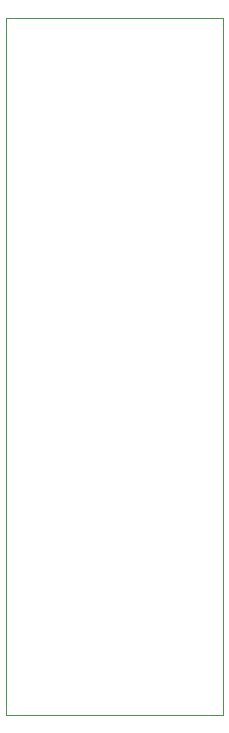
<source format=gbr>
%TF.GenerationSoftware,KiCad,Pcbnew,7.0.7*%
%TF.CreationDate,2024-03-17T18:26:37-04:00*%
%TF.ProjectId,Visual80-3,56697375-616c-4383-902d-332e6b696361,rev?*%
%TF.SameCoordinates,Original*%
%TF.FileFunction,Profile,NP*%
%FSLAX46Y46*%
G04 Gerber Fmt 4.6, Leading zero omitted, Abs format (unit mm)*
G04 Created by KiCad (PCBNEW 7.0.7) date 2024-03-17 18:26:37*
%MOMM*%
%LPD*%
G01*
G04 APERTURE LIST*
%TA.AperFunction,Profile*%
%ADD10C,0.050000*%
%TD*%
G04 APERTURE END LIST*
D10*
X134620000Y-22860000D02*
X153035000Y-22860000D01*
X153035000Y-81915000D01*
X134620000Y-81915000D01*
X134620000Y-22860000D01*
M02*

</source>
